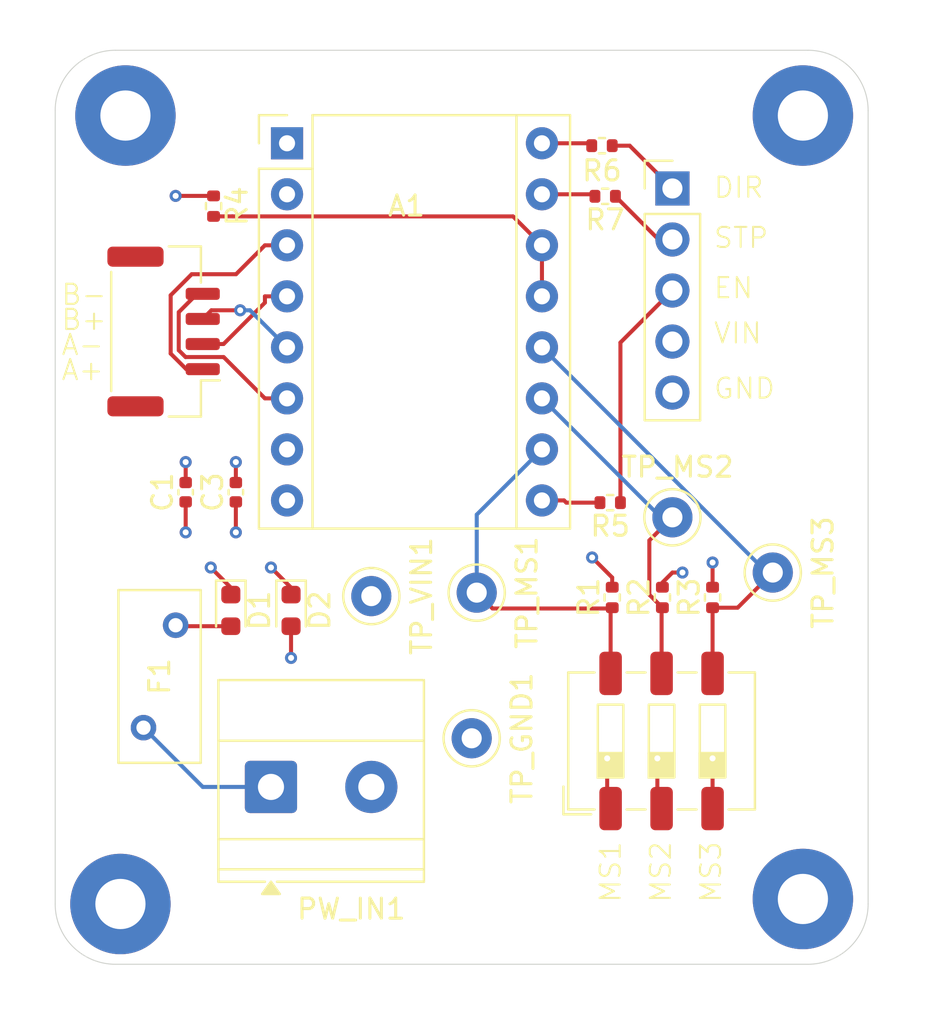
<source format=kicad_pcb>
(kicad_pcb (version 20241229) (generator "pcbnew") (generator_version "9.0")
  (layers (0 "F.Cu" signal "Top") (4 "In1.Cu" signal "GND") (6 "In2.Cu" signal "PWR") (2 "B.Cu" signal "Bottom") (13 "F.Paste" user) (15 "B.Paste" user) (5 "F.SilkS" user "F.Silkscreen") (7 "B.SilkS" user "B.Silkscreen") (1 "F.Mask" user) (3 "B.Mask" user) (25 "Edge.Cuts" user))
  (net 0 "")
  (net 1 "/B-")
  (net 2 "/MS1")
  (net 3 "GND")
  (net 4 "/MS3")
  (net 5 "/MS2")
  (net 6 "Net-(A1-STEP)")
  (net 7 "Net-(A1-~{RESET})")
  (net 8 "/B+")
  (net 9 "Net-(A1-DIR)")
  (net 10 "/VIN")
  (net 11 "Net-(A1-~{ENABLE})")
  (net 12 "/A-")
  (net 13 "/Vmcu")
  (net 14 "/A+")
  (net 15 "Net-(D1-A)")
  (net 16 "Net-(PW_IN1-Pin_1)")
  (net 17 "/STP")
  (net 18 "/DIR")
  (net 19 "/EN")
  (footprint "MountingHole:MountingHole_2.5mm_Pad" (layer "F.Cu") (at 127.5 88.25)
    (property "Reference" "H1" (hide yes))
    (property "Value" "MountingHole" (hide yes))
    (pad "1" thru_hole circle (at 0 0) (size 5 5) (drill 2.5) (layers "*.Cu" "*.Mask"))
  )
  (footprint "Connector_PinHeader_2.54mm:PinHeader_1x05_P2.54mm_Vertical" (layer "F.Cu") (at 154.75 91.88)
    (property "Reference" "J2" (hide yes))
    (property "Value" "MCU_Pins" (hide yes))
    (fp_line (start -1.38 -1.38) (end 0 -1.38) (stroke (width 0.12)) (layer "F.SilkS"))
    (fp_line (start -1.38 0) (end -1.38 -1.38) (stroke (width 0.12)) (layer "F.SilkS"))
    (fp_line (start -1.38 1.27) (end -1.38 11.54) (stroke (width 0.12)) (layer "F.SilkS"))
    (fp_line (start -1.38 1.27) (end 1.38 1.27) (stroke (width 0.12)) (layer "F.SilkS"))
    (fp_line (start -1.38 11.54) (end 1.38 11.54) (stroke (width 0.12)) (layer "F.SilkS"))
    (fp_line (start 1.38 1.27) (end 1.38 11.54) (stroke (width 0.12)) (layer "F.SilkS"))
    (pad "1" thru_hole rect (at 0 0) (size 1.7 1.7) (drill 1) (layers "*.Cu" "*.Mask") (net 18 "/DIR"))
    (pad "2" thru_hole circle (at 0 2.54) (size 1.7 1.7) (drill 1) (layers "*.Cu" "*.Mask") (net 17 "/STP"))
    (pad "3" thru_hole circle (at 0 5.08) (size 1.7 1.7) (drill 1) (layers "*.Cu" "*.Mask") (net 19 "/EN"))
    (pad "4" thru_hole circle (at 0 7.62) (size 1.7 1.7) (drill 1) (layers "*.Cu" "*.Mask") (net 13 "/Vmcu"))
    (pad "5" thru_hole circle (at 0 10.16) (size 1.7 1.7) (drill 1) (layers "*.Cu" "*.Mask") (net 3 "GND"))
  )
  (footprint "Capacitor_SMD:C_0402_1005Metric" (layer "F.Cu") (at 130.5 107 90)
    (property "Reference" "C1" (at 0 -1.16 90) (layer "F.SilkS"))
    (property "Value" "0.1µF" (hide yes))
    (fp_line (start -0.107836 -0.36) (end 0.107836 -0.36) (stroke (width 0.12)) (layer "F.SilkS"))
    (fp_line (start -0.107836 0.36) (end 0.107836 0.36) (stroke (width 0.12)) (layer "F.SilkS"))
    (pad "1" smd roundrect (at -0.48 0 90) (size 0.56 0.62) (layers "F.Cu" "F.Mask" "F.Paste") (net 10 "/VIN"))
    (pad "2" smd roundrect (at 0.48 0 90) (size 0.56 0.62) (layers "F.Cu" "F.Mask" "F.Paste") (net 3 "GND"))
  )
  (footprint "Capacitor_SMD:C_0402_1005Metric" (layer "F.Cu") (at 133 107 90)
    (property "Reference" "C3" (at 0 -1.16 90) (layer "F.SilkS"))
    (property "Value" "100µF" (hide yes))
    (fp_line (start -0.107836 -0.36) (end 0.107836 -0.36) (stroke (width 0.12)) (layer "F.SilkS"))
    (fp_line (start -0.107836 0.36) (end 0.107836 0.36) (stroke (width 0.12)) (layer "F.SilkS"))
    (pad "1" smd roundrect (at -0.48 0 90) (size 0.56 0.62) (layers "F.Cu" "F.Mask" "F.Paste") (net 10 "/VIN"))
    (pad "2" smd roundrect (at 0.48 0 90) (size 0.56 0.62) (layers "F.Cu" "F.Mask" "F.Paste") (net 3 "GND"))
  )
  (footprint "Resistor_SMD:R_0402_1005Metric" (layer "F.Cu") (at 151.4 92.27 180)
    (property "Reference" "R7" (at 0 -1.17 0) (layer "F.SilkS"))
    (property "Value" "10KΩ" (hide yes))
    (fp_line (start -0.153641 0.38) (end 0.153641 0.38) (stroke (width 0.12)) (layer "F.SilkS"))
    (fp_line (start -0.153641 -0.38) (end 0.153641 -0.38) (stroke (width 0.12)) (layer "F.SilkS"))
    (pad "1" smd roundrect (at -0.51 0 180) (size 0.54 0.64) (layers "F.Cu" "F.Mask" "F.Paste") (net 17 "/STP"))
    (pad "2" smd roundrect (at 0.51 0 180) (size 0.54 0.64) (layers "F.Cu" "F.Mask" "F.Paste") (net 6 "Net-(A1-STEP)"))
  )
  (footprint "Connector_JST:JST_GH_BM04B-GHS-TBT_1x04-1MP_P1.25mm_Vertical" (layer "F.Cu") (at 129.4 99 90)
    (property "Reference" "J1" (hide yes))
    (property "Value" "Motor_Pins" (hide yes))
    (fp_line (start -2.965 -2.61) (end 2.965 -2.61) (stroke (width 0.12)) (layer "F.SilkS"))
    (fp_line (start 4.235 0.26) (end 4.235 1.86) (stroke (width 0.12)) (layer "F.SilkS"))
    (fp_line (start -4.235 0.26) (end -4.235 1.86) (stroke (width 0.12)) (layer "F.SilkS"))
    (fp_line (start 4.235 1.86) (end 2.435 1.86) (stroke (width 0.12)) (layer "F.SilkS"))
    (fp_line (start -2.435 1.86) (end -2.435 2.8) (stroke (width 0.12)) (layer "F.SilkS"))
    (fp_line (start -4.235 1.86) (end -2.435 1.86) (stroke (width 0.12)) (layer "F.SilkS"))
    (pad "1" smd roundrect (at -1.875 1.95 90) (size 0.6 1.7) (layers "F.Cu" "F.Mask" "F.Paste") (net 14 "/A+"))
    (pad "2" smd roundrect (at -0.625 1.95 90) (size 0.6 1.7) (layers "F.Cu" "F.Mask" "F.Paste") (net 12 "/A-"))
    (pad "3" smd roundrect (at 0.625 1.95 90) (size 0.6 1.7) (layers "F.Cu" "F.Mask" "F.Paste") (net 8 "/B+"))
    (pad "4" smd roundrect (at 1.875 1.95 90) (size 0.6 1.7) (layers "F.Cu" "F.Mask" "F.Paste") (net 1 "/B-"))
    (pad "MP" smd roundrect (at -3.725 -1.4 90) (size 1 2.8) (layers "F.Cu" "F.Mask" "F.Paste"))
    (pad "MP" smd roundrect (at 3.725 -1.4 90) (size 1 2.8) (layers "F.Cu" "F.Mask" "F.Paste"))
  )
  (footprint "TestPoint:TestPoint_Keystone_5000-5004_Miniature" (layer "F.Cu") (at 139.75 112.1725 -90)
    (property "Reference" "TP_VIN1" (at 0 -2.5 90) (layer "F.SilkS"))
    (property "Value" "TestPoint" (hide yes))
    (fp_circle (center 0 0) (end 1.4 0) (stroke (width 0.12)) (fill no) (layer "F.SilkS"))
    (pad "1" thru_hole circle (at 0 0 270) (size 2 2) (drill 1) (layers "*.Cu" "*.Mask") (net 10 "/VIN"))
  )
  (footprint "Diode_SMD:D_0603_1608Metric" (layer "F.Cu") (at 135.75 112.885 -90)
    (property "Reference" "D2" (at 0 -1.43 90) (layer "F.SilkS"))
    (property "Value" "TVS" (hide yes))
    (fp_line (start -1.485 0.735) (end 0.8 0.735) (stroke (width 0.12)) (layer "F.SilkS"))
    (fp_line (start -1.485 -0.735) (end -1.485 0.735) (stroke (width 0.12)) (layer "F.SilkS"))
    (fp_line (start 0.8 -0.735) (end -1.485 -0.735) (stroke (width 0.12)) (layer "F.SilkS"))
    (pad "1" smd roundrect (at -0.7875 0 270) (size 0.875 0.95) (layers "F.Cu" "F.Mask" "F.Paste") (net 10 "/VIN"))
    (pad "2" smd roundrect (at 0.7875 0 270) (size 0.875 0.95) (layers "F.Cu" "F.Mask" "F.Paste") (net 3 "GND"))
  )
  (footprint "MountingHole:MountingHole_2.5mm_Pad" (layer "F.Cu") (at 127.25 127.5)
    (property "Reference" "H4" (hide yes))
    (property "Value" "MountingHole" (hide yes))
    (pad "1" thru_hole circle (at 0 0) (size 5 5) (drill 2.5) (layers "*.Cu" "*.Mask"))
  )
  (footprint "TerminalBlock_Phoenix:TerminalBlock_Phoenix_MKDS-1,5-2_1x02_P5.00mm_Horizontal" (layer "F.Cu") (at 134.75 121.6725)
    (property "Reference" "PW_IN1" (at 4 6.0775 0) (layer "F.SilkS"))
    (property "Value" "PW_IN" (hide yes))
    (fp_line (start -2.62 -5.32) (end 7.62 -5.32) (stroke (width 0.12)) (layer "F.SilkS"))
    (fp_line (start -2.62 -2.3) (end 7.62 -2.3) (stroke (width 0.12)) (layer "F.SilkS"))
    (fp_line (start -2.62 2.6) (end 7.62 2.6) (stroke (width 0.12)) (layer "F.SilkS"))
    (fp_line (start -2.62 4.1) (end 7.62 4.1) (stroke (width 0.12)) (layer "F.SilkS"))
    (fp_line (start -2.62 4.72) (end -2.62 -5.32) (stroke (width 0.12)) (layer "F.SilkS"))
    (fp_line (start -0.3 4.72) (end -2.62 4.72) (stroke (width 0.12)) (layer "F.SilkS"))
    (fp_line (start 7.62 -5.32) (end 7.62 4.72) (stroke (width 0.12)) (layer "F.SilkS"))
    (fp_line (start 7.62 4.72) (end 0.3 4.72) (stroke (width 0.12)) (layer "F.SilkS"))
    (fp_poly (pts (xy 0 4.72) (xy 0.44 5.33) (xy -0.44 5.33)) (stroke (width 0.12)) (fill yes) (layer "F.SilkS"))
    (pad "1" thru_hole roundrect (at 0 0) (size 2.6 2.6) (drill 1.3) (layers "*.Cu" "*.Mask") (roundrect_rratio 0.096154) (net 16 "Net-(PW_IN1-Pin_1)"))
    (pad "2" thru_hole circle (at 5 0) (size 2.6 2.6) (drill 1.3) (layers "*.Cu" "*.Mask") (net 3 "GND"))
  )
  (footprint "Module:Pololu_Breakout-16_15.2x20.3mm" (layer "F.Cu") (at 135.55 89.63)
    (property "Reference" "A1" (at 5.95 3.12 0) (layer "F.SilkS"))
    (property "Value" "Pololu_Breakout_A4988" (hide yes))
    (fp_line (start -1.4 -1.4) (end -1.4 0) (stroke (width 0.12)) (layer "F.SilkS"))
    (fp_line (start -1.4 1.27) (end -1.4 19.18) (stroke (width 0.12)) (layer "F.SilkS"))
    (fp_line (start -1.4 19.18) (end 14.1 19.18) (stroke (width 0.12)) (layer "F.SilkS"))
    (fp_line (start 0 -1.4) (end -1.4 -1.4) (stroke (width 0.12)) (layer "F.SilkS"))
    (fp_line (start 1.27 -1.4) (end 1.27 1.27) (stroke (width 0.12)) (layer "F.SilkS"))
    (fp_line (start 1.27 1.27) (end -1.4 1.27) (stroke (width 0.12)) (layer "F.SilkS"))
    (fp_line (start 1.27 1.27) (end 1.27 19.18) (stroke (width 0.12)) (layer "F.SilkS"))
    (fp_line (start 11.43 -1.4) (end 11.43 19.18) (stroke (width 0.12)) (layer "F.SilkS"))
    (fp_line (start 14.1 -1.4) (end 1.27 -1.4) (stroke (width 0.12)) (layer "F.SilkS"))
    (fp_line (start 14.1 19.18) (end 14.1 -1.4) (stroke (width 0.12)) (layer "F.SilkS"))
    (pad "1" thru_hole rect (at 0 0) (size 1.6 1.6) (drill 0.8) (layers "*.Cu" "*.Mask") (net 3 "GND"))
    (pad "2" thru_hole oval (at 0 2.54) (size 1.6 1.6) (drill 0.8) (layers "*.Cu" "*.Mask") (net 13 "/Vmcu"))
    (pad "3" thru_hole oval (at 0 5.08) (size 1.6 1.6) (drill 0.8) (layers "*.Cu" "*.Mask") (net 14 "/A+"))
    (pad "4" thru_hole oval (at 0 7.62) (size 1.6 1.6) (drill 0.8) (layers "*.Cu" "*.Mask") (net 12 "/A-"))
    (pad "5" thru_hole oval (at 0 10.16) (size 1.6 1.6) (drill 0.8) (layers "*.Cu" "*.Mask") (net 8 "/B+"))
    (pad "6" thru_hole oval (at 0 12.7) (size 1.6 1.6) (drill 0.8) (layers "*.Cu" "*.Mask") (net 1 "/B-"))
    (pad "7" thru_hole oval (at 0 15.24) (size 1.6 1.6) (drill 0.8) (layers "*.Cu" "*.Mask") (net 3 "GND"))
    (pad "8" thru_hole oval (at 0 17.78) (size 1.6 1.6) (drill 0.8) (layers "*.Cu" "*.Mask") (net 10 "/VIN"))
    (pad "9" thru_hole oval (at 12.7 17.78) (size 1.6 1.6) (drill 0.8) (layers "*.Cu" "*.Mask") (net 11 "Net-(A1-~{ENABLE})"))
    (pad "10" thru_hole oval (at 12.7 15.24) (size 1.6 1.6) (drill 0.8) (layers "*.Cu" "*.Mask") (net 2 "/MS1"))
    (pad "11" thru_hole oval (at 12.7 12.7) (size 1.6 1.6) (drill 0.8) (layers "*.Cu" "*.Mask") (net 5 "/MS2"))
    (pad "12" thru_hole oval (at 12.7 10.16) (size 1.6 1.6) (drill 0.8) (layers "*.Cu" "*.Mask") (net 4 "/MS3"))
    (pad "13" thru_hole oval (at 12.7 7.62) (size 1.6 1.6) (drill 0.8) (layers "*.Cu" "*.Mask") (net 7 "Net-(A1-~{RESET})"))
    (pad "14" thru_hole oval (at 12.7 5.08) (size 1.6 1.6) (drill 0.8) (layers "*.Cu" "*.Mask") (net 7 "Net-(A1-~{RESET})"))
    (pad "15" thru_hole oval (at 12.7 2.54) (size 1.6 1.6) (drill 0.8) (layers "*.Cu" "*.Mask") (net 6 "Net-(A1-STEP)"))
    (pad "16" thru_hole oval (at 12.7 0) (size 1.6 1.6) (drill 0.8) (layers "*.Cu" "*.Mask") (net 9 "Net-(A1-DIR)"))
  )
  (footprint "Resistor_SMD:R_0402_1005Metric" (layer "F.Cu") (at 156.75 112.24 90)
    (property "Reference" "R3" (at 0 -1.17 90) (layer "F.SilkS"))
    (property "Value" "10KΩ" (hide yes))
    (fp_line (start -0.153641 -0.38) (end 0.153641 -0.38) (stroke (width 0.12)) (layer "F.SilkS"))
    (fp_line (start -0.153641 0.38) (end 0.153641 0.38) (stroke (width 0.12)) (layer "F.SilkS"))
    (pad "1" smd roundrect (at -0.51 0 90) (size 0.54 0.64) (layers "F.Cu" "F.Mask" "F.Paste") (net 4 "/MS3"))
    (pad "2" smd roundrect (at 0.51 0 90) (size 0.54 0.64) (layers "F.Cu" "F.Mask" "F.Paste") (net 3 "GND"))
  )
  (footprint "Resistor_SMD:R_0402_1005Metric" (layer "F.Cu") (at 154.25 112.24 90)
    (property "Reference" "R2" (at 0 -1.17 90) (layer "F.SilkS"))
    (property "Value" "10KΩ" (hide yes))
    (fp_line (start -0.153641 -0.38) (end 0.153641 -0.38) (stroke (width 0.12)) (layer "F.SilkS"))
    (fp_line (start -0.153641 0.38) (end 0.153641 0.38) (stroke (width 0.12)) (layer "F.SilkS"))
    (pad "1" smd roundrect (at -0.51 0 90) (size 0.54 0.64) (layers "F.Cu" "F.Mask" "F.Paste") (net 5 "/MS2"))
    (pad "2" smd roundrect (at 0.51 0 90) (size 0.54 0.64) (layers "F.Cu" "F.Mask" "F.Paste") (net 3 "GND"))
  )
  (footprint "MountingHole:MountingHole_2.5mm_Pad" (layer "F.Cu") (at 161.25 88.25)
    (property "Reference" "H3" (hide yes))
    (property "Value" "MountingHole" (hide yes))
    (pad "1" thru_hole circle (at 0 0) (size 5 5) (drill 2.5) (layers "*.Cu" "*.Mask"))
  )
  (footprint "Resistor_SMD:R_0402_1005Metric" (layer "F.Cu") (at 131.89 92.76 -90)
    (property "Reference" "R4" (at 0 -1.17 90) (layer "F.SilkS"))
    (property "Value" "10KΩ" (hide yes))
    (fp_line (start -0.153641 0.38) (end 0.153641 0.38) (stroke (width 0.12)) (layer "F.SilkS"))
    (fp_line (start -0.153641 -0.38) (end 0.153641 -0.38) (stroke (width 0.12)) (layer "F.SilkS"))
    (pad "1" smd roundrect (at -0.51 0 270) (size 0.54 0.64) (layers "F.Cu" "F.Mask" "F.Paste") (net 13 "/Vmcu"))
    (pad "2" smd roundrect (at 0.51 0 270) (size 0.54 0.64) (layers "F.Cu" "F.Mask" "F.Paste") (net 7 "Net-(A1-~{RESET})"))
  )
  (footprint "Fuse:Fuse_BelFuse_0ZRE0005FF_L8.3mm_W3.8mm" (layer "F.Cu") (at 128.4 118.7225 90)
    (property "Reference" "F1" (at 2.55 0.8 90) (layer "F.SilkS"))
    (property "Value" "Fuse" (hide yes))
    (fp_line (start 6.85 -1.25) (end 6.85 2.85) (stroke (width 0.12)) (layer "F.SilkS"))
    (fp_line (start -1.75 -1.25) (end 6.85 -1.25) (stroke (width 0.12)) (layer "F.SilkS"))
    (fp_line (start -1.75 -1.25) (end -1.75 2.85) (stroke (width 0.12)) (layer "F.SilkS"))
    (fp_line (start -1.75 2.85) (end 6.85 2.85) (stroke (width 0.12)) (layer "F.SilkS"))
    (pad "1" thru_hole circle (at 0 0 90) (size 1.27 1.27) (drill 0.71) (layers "*.Cu" "*.Mask") (net 16 "Net-(PW_IN1-Pin_1)"))
    (pad "2" thru_hole circle (at 5.1 1.6 90) (size 1.27 1.27) (drill 0.71) (layers "*.Cu" "*.Mask") (net 15 "Net-(D1-A)"))
  )
  (footprint "Resistor_SMD:R_0402_1005Metric" (layer "F.Cu") (at 151.24 89.75)
    (property "Reference" "R6" (at 0 1.25 0) (layer "F.SilkS"))
    (property "Value" "10KΩ" (hide yes))
    (fp_line (start -0.153641 -0.38) (end 0.153641 -0.38) (stroke (width 0.12)) (layer "F.SilkS"))
    (fp_line (start -0.153641 0.38) (end 0.153641 0.38) (stroke (width 0.12)) (layer "F.SilkS"))
    (pad "1" smd roundrect (at -0.51 0) (size 0.54 0.64) (layers "F.Cu" "F.Mask" "F.Paste") (net 9 "Net-(A1-DIR)"))
    (pad "2" smd roundrect (at 0.51 0) (size 0.54 0.64) (layers "F.Cu" "F.Mask" "F.Paste") (net 18 "/DIR"))
  )
  (footprint "TestPoint:TestPoint_Keystone_5000-5004_Miniature" (layer "F.Cu") (at 145 112 -90)
    (property "Reference" "TP_MS1" (at 0 -2.5 90) (layer "F.SilkS"))
    (property "Value" "TestPoint" (hide yes))
    (fp_circle (center 0 0) (end 1.4 0) (stroke (width 0.12)) (fill no) (layer "F.SilkS"))
    (pad "1" thru_hole circle (at 0 0 270) (size 2 2) (drill 1) (layers "*.Cu" "*.Mask") (net 2 "/MS1"))
  )
  (footprint "TestPoint:TestPoint_Keystone_5000-5004_Miniature" (layer "F.Cu") (at 154.75 108.25)
    (property "Reference" "TP_MS2" (at 0.25 -2.5 180) (layer "F.SilkS"))
    (property "Value" "TestPoint" (hide yes))
    (fp_circle (center 0 0) (end 1.4 0) (stroke (width 0.12)) (fill no) (layer "F.SilkS"))
    (pad "1" thru_hole circle (at 0 0) (size 2 2) (drill 1) (layers "*.Cu" "*.Mask") (net 5 "/MS2"))
  )
  (footprint "Button_Switch_SMD:SW_DIP_SPSTx03_Slide_6.7x9.18mm_W6.73mm_P2.54mm_LowProfile_JPin" (layer "F.Cu") (at 154.21 119.385 90)
    (property "Reference" "Microstep" (hide yes))
    (property "Value" "Microstep_Switch" (hide yes))
    (fp_line (start -3.65 -4.89) (end -2.267 -4.89) (stroke (width 0.12)) (layer "F.SilkS"))
    (fp_line (start -3.65 -4.89) (end -3.65 -3.507) (stroke (width 0.12)) (layer "F.SilkS"))
    (fp_line (start 3.41 -4.65) (end 3.41 -3.34) (stroke (width 0.12)) (layer "F.SilkS"))
    (fp_line (start -3.41 -4.65) (end 3.41 -4.65) (stroke (width 0.12)) (layer "F.SilkS"))
    (fp_line (start -3.41 -4.65) (end -3.41 -3.34) (stroke (width 0.12)) (layer "F.SilkS"))
    (fp_line (start -0.603333 -3.175) (end -0.603333 -1.905) (stroke (width 0.12)) (layer "F.SilkS"))
    (fp_line (start 3.41 -1.74) (end 3.41 -0.8) (stroke (width 0.12)) (layer "F.SilkS"))
    (fp_line (start -3.41 -1.74) (end -3.41 -0.8) (stroke (width 0.12)) (layer "F.SilkS"))
    (fp_line (start -0.603333 -0.635) (end -0.603333 0.635) (stroke (width 0.12)) (layer "F.SilkS"))
    (fp_line (start 3.41 0.8) (end 3.41 1.74) (stroke (width 0.12)) (layer "F.SilkS"))
    (fp_line (start -3.41 0.8) (end -3.41 1.74) (stroke (width 0.12)) (layer "F.SilkS"))
    (fp_line (start -0.603333 1.905) (end -0.603333 3.175) (stroke (width 0.12)) (layer "F.SilkS"))
    (fp_line (start 3.41 3.34) (end 3.41 4.65) (stroke (width 0.12)) (layer "F.SilkS"))
    (fp_line (start -3.41 3.34) (end -3.41 4.65) (stroke (width 0.12)) (layer "F.SilkS"))
    (fp_line (start -3.41 4.65) (end 3.41 4.65) (stroke (width 0.12)) (layer "F.SilkS"))
    (fp_rect (start -1.81 -3.175) (end 1.81 -1.905) (stroke (width 0.12)) (fill no) (layer "F.SilkS"))
    (fp_rect (start -1.81 -3.175) (end -0.603333 -1.905) (stroke (width 0.12)) (fill yes) (layer "F.SilkS"))
    (fp_rect (start -1.81 -0.635) (end 1.81 0.635) (stroke (width 0.12)) (fill no) (layer "F.SilkS"))
    (fp_rect (start -1.81 -0.635) (end -0.603333 0.635) (stroke (width 0.12)) (fill yes) (layer "F.SilkS"))
    (fp_rect (start -1.81 1.905) (end 1.81 3.175) (stroke (width 0.12)) (fill no) (layer "F.SilkS"))
    (fp_rect (start -1.81 1.905) (end -0.603333 3.175) (stroke (width 0.12)) (fill yes) (layer "F.SilkS"))
    (pad "1" smd roundrect (at -3.365 -2.54 90) (size 2.16 1.12) (layers "F.Cu" "F.Mask" "F.Paste") (roundrect_rratio 0.223214) (net 13 "/Vmcu"))
    (pad "2" smd roundrect (at -3.365 0 90) (size 2.16 1.12) (layers "F.Cu" "F.Mask" "F.Paste") (roundrect_rratio 0.223214) (net 13 "/Vmcu"))
    (pad "3" smd roundrect (at -3.365 2.54 90) (size 2.16 1.12) (layers "F.Cu" "F.Mask" "F.Paste") (roundrect_rratio 0.223214) (net 13 "/Vmcu"))
    (pad "4" smd roundrect (at 3.365 2.54 90) (size 2.16 1.12) (layers "F.Cu" "F.Mask" "F.Paste") (roundrect_rratio 0.223214) (net 4 "/MS3"))
    (pad "5" smd roundrect (at 3.365 0 90) (size 2.16 1.12) (layers "F.Cu" "F.Mask" "F.Paste") (roundrect_rratio 0.223214) (net 5 "/MS2"))
    (pad "6" smd roundrect (at 3.365 -2.54 90) (size 2.16 1.12) (layers "F.Cu" "F.Mask" "F.Paste") (roundrect_rratio 0.223214) (net 2 "/MS1"))
  )
  (footprint "Resistor_SMD:R_0402_1005Metric" (layer "F.Cu") (at 151.65 107.52 180)
    (property "Reference" "R5" (at 0 -1.17 0) (layer "F.SilkS"))
    (property "Value" "10KΩ" (hide yes))
    (fp_line (start -0.153641 0.38) (end 0.153641 0.38) (stroke (width 0.12)) (layer "F.SilkS"))
    (fp_line (start -0.153641 -0.38) (end 0.153641 -0.38) (stroke (width 0.12)) (layer "F.SilkS"))
    (pad "1" smd roundrect (at -0.51 0 180) (size 0.54 0.64) (layers "F.Cu" "F.Mask" "F.Paste") (net 19 "/EN"))
    (pad "2" smd roundrect (at 0.51 0 180) (size 0.54 0.64) (layers "F.Cu" "F.Mask" "F.Paste") (net 11 "Net-(A1-~{ENABLE})"))
  )
  (footprint "Resistor_SMD:R_0402_1005Metric" (layer "F.Cu") (at 151.75 112.24 90)
    (property "Reference" "R1" (at 0 -1.17 90) (layer "F.SilkS"))
    (property "Value" "10KΩ" (hide yes))
    (fp_line (start -0.153641 -0.38) (end 0.153641 -0.38) (stroke (width 0.12)) (layer "F.SilkS"))
    (fp_line (start -0.153641 0.38) (end 0.153641 0.38) (stroke (width 0.12)) (layer "F.SilkS"))
    (pad "1" smd roundrect (at -0.51 0 90) (size 0.54 0.64) (layers "F.Cu" "F.Mask" "F.Paste") (net 2 "/MS1"))
    (pad "2" smd roundrect (at 0.51 0 90) (size 0.54 0.64) (layers "F.Cu" "F.Mask" "F.Paste") (net 3 "GND"))
  )
  (footprint "TestPoint:TestPoint_Keystone_5000-5004_Miniature" (layer "F.Cu") (at 159.75 111 -90)
    (property "Reference" "TP_MS3" (at 0 -2.5 90) (layer "F.SilkS"))
    (property "Value" "TestPoint" (hide yes))
    (fp_circle (center 0 0) (end 1.4 0) (stroke (width 0.12)) (fill no) (layer "F.SilkS"))
    (pad "1" thru_hole circle (at 0 0 270) (size 2 2) (drill 1) (layers "*.Cu" "*.Mask") (net 4 "/MS3"))
  )
  (footprint "Diode_SMD:D_0603_1608Metric" (layer "F.Cu") (at 132.75 112.885 -90)
    (property "Reference" "D1" (at 0 -1.43 90) (layer "F.SilkS"))
    (property "Value" "D_Schottky" (hide yes))
    (fp_line (start -1.485 0.735) (end 0.8 0.735) (stroke (width 0.12)) (layer "F.SilkS"))
    (fp_line (start -1.485 -0.735) (end -1.485 0.735) (stroke (width 0.12)) (layer "F.SilkS"))
    (fp_line (start 0.8 -0.735) (end -1.485 -0.735) (stroke (width 0.12)) (layer "F.SilkS"))
    (pad "1" smd roundrect (at -0.7875 0 270) (size 0.875 0.95) (layers "F.Cu" "F.Mask" "F.Paste") (net 10 "/VIN"))
    (pad "2" smd roundrect (at 0.7875 0 270) (size 0.875 0.95) (layers "F.Cu" "F.Mask" "F.Paste") (net 15 "Net-(D1-A)"))
  )
  (footprint "MountingHole:MountingHole_2.5mm_Pad" (layer "F.Cu") (at 161.25 127.25)
    (property "Reference" "H2" (hide yes))
    (property "Value" "MountingHole" (hide yes))
    (pad "1" thru_hole circle (at 0 0) (size 5 5) (drill 2.5) (layers "*.Cu" "*.Mask"))
  )
  (footprint "TestPoint:TestPoint_Keystone_5000-5004_Miniature" (layer "F.Cu") (at 144.75 119.25 -90)
    (property "Reference" "TP_GND1" (at 0 -2.5 90) (layer "F.SilkS"))
    (property "Value" "TestPoint" (hide yes))
    (fp_circle (center 0 0) (end 1.4 0) (stroke (width 0.12)) (fill no) (layer "F.SilkS"))
    (pad "1" thru_hole circle (at 0 0 270) (size 2 2) (drill 1) (layers "*.Cu" "*.Mask") (net 3 "GND"))
  )
  (gr_line (start 124 127.5) (end 124 88) (stroke (width 0.05)) (layer "Edge.Cuts"))
  (gr_arc (start 164.5 127.5) (mid 163.62132 129.62132) (end 161.5 130.5) (stroke (width 0.05)) (layer "Edge.Cuts"))
  (gr_line (start 127 85) (end 161.5 85) (stroke (width 0.05)) (layer "Edge.Cuts"))
  (gr_arc (start 127 130.5) (mid 124.87868 129.62132) (end 124 127.5) (stroke (width 0.05)) (layer "Edge.Cuts"))
  (gr_line (start 164.5 88) (end 164.5 127.5) (stroke (width 0.05)) (layer "Edge.Cuts"))
  (gr_arc (start 161.5 85) (mid 163.62132 85.87868) (end 164.5 88) (stroke (width 0.05)) (layer "Edge.Cuts"))
  (gr_line (start 161.5 130.5) (end 127 130.5) (stroke (width 0.05)) (layer "Edge.Cuts"))
  (gr_arc (start 124 88) (mid 124.87868 85.87868) (end 127 85) (stroke (width 0.05)) (layer "Edge.Cuts"))
  (gr_text "A-\n" (at 124.25 100.25 0) (layer "F.SilkS") (effects (font (size 1 1) (thickness 0.1)) (justify left bottom)))
  (gr_text "MS2" (at 154.75 127.5 90) (layer "F.SilkS") (effects (font (size 1 1) (thickness 0.1)) (justify left bottom)))
  (gr_text "DIR" (at 156.75 92.42 0) (layer "F.SilkS") (effects (font (size 1 1) (thickness 0.1)) (justify left bottom)))
  (gr_text "MS3" (at 157.25 127.5 90) (layer "F.SilkS") (effects (font (size 1 1) (thickness 0.1)) (justify left bottom)))
  (gr_text "B+\n" (at 124.25 99 0) (layer "F.SilkS") (effects (font (size 1 1) (thickness 0.1)) (justify left bottom)))
  (gr_text "STP" (at 156.75 94.92 0) (layer "F.SilkS") (effects (font (size 1 1) (thickness 0.1)) (justify left bottom)))
  (gr_text "EN" (at 156.75 97.42 0) (layer "F.SilkS") (effects (font (size 1 1) (thickness 0.1)) (justify left bottom)))
  (gr_text "MS1" (at 152.25 127.5 90) (layer "F.SilkS") (effects (font (size 1 1) (thickness 0.1)) (justify left bottom)))
  (gr_text "GND" (at 156.75 102.42 0) (layer "F.SilkS") (effects (font (size 1 1) (thickness 0.1)) (justify left bottom)))
  (gr_text "VIN" (at 156.75 99.67 0) (layer "F.SilkS") (effects (font (size 1 1) (thickness 0.1)) (justify left bottom)))
  (gr_text "B-\n" (at 124.25 97.75 0) (layer "F.SilkS") (effects (font (size 1 1) (thickness 0.1)) (justify left bottom)))
  (gr_text "A+\n" (at 124.25 101.5 0) (layer "F.SilkS") (effects (font (size 1 1) (thickness 0.1)) (justify left bottom)))
  (segment (start 134.4483 102.33) (end 132.391 100.2727) (width 0.2) (layer "F.Cu") (net 1))
  (segment (start 135.55 102.33) (end 134.4483 102.33) (width 0.2) (layer "F.Cu") (net 1))
  (segment (start 130.4949 100.2727) (end 130.1542 99.932) (width 0.2) (layer "F.Cu") (net 1))
  (segment (start 132.391 100.2727) (end 130.4949 100.2727) (width 0.2) (layer "F.Cu") (net 1))
  (segment (start 131.0678 97.125) (end 131.35 97.125) (width 0.2) (layer "F.Cu") (net 1))
  (segment (start 130.1542 99.932) (end 130.1542 98.0386) (width 0.2) (layer "F.Cu") (net 1))
  (segment (start 130.1542 98.0386) (end 131.0678 97.125) (width 0.2) (layer "F.Cu") (net 1))
  (segment (start 151.6701 112.79) (end 151.67 112.79) (width 0.2) (layer "F.Cu") (net 2))
  (segment (start 151.71 112.79) (end 151.6701 112.79) (width 0.2) (layer "F.Cu") (net 2))
  (segment (start 151.67 116.02) (end 151.67 112.79) (width 0.2) (layer "F.Cu") (net 2))
  (segment (start 151.67 112.79) (end 145.79 112.79) (width 0.2) (layer "F.Cu") (net 2))
  (segment (start 145.79 112.79) (end 145 112) (width 0.2) (layer "F.Cu") (net 2))
  (segment (start 151.71 112.79) (end 151.75 112.75) (width 0.2) (layer "F.Cu") (net 2))
  (segment (start 145 112) (end 145 108.12) (width 0.2) (layer "B.Cu") (net 2))
  (segment (start 145 108.12) (end 148.25 104.87) (width 0.2) (layer "B.Cu") (net 2))
  (segment (start 154.25 111.73) (end 154.2304 111.73) (width 0.2) (layer "F.Cu") (net 3))
  (segment (start 154.25 111.5) (end 154.25 111.73) (width 0.2) (layer "F.Cu") (net 3))
  (segment (start 156.75 111.73) (end 156.75 110.5) (width 0.2) (layer "F.Cu") (net 3))
  (segment (start 154.75 111) (end 154.25 111.5) (width 0.2) (layer "F.Cu") (net 3))
  (segment (start 135.75 115.25) (end 135.75 113.6725) (width 0.2) (layer "F.Cu") (net 3))
  (segment (start 151.75 111.73) (end 151.75 111.25) (width 0.2) (layer "F.Cu") (net 3))
  (segment (start 130.5 106.52) (end 130.5 105.5) (width 0.2) (layer "F.Cu") (net 3))
  (segment (start 155.25 111) (end 154.75 111) (width 0.2) (layer "F.Cu") (net 3))
  (segment (start 133 106.52) (end 133 105.5) (width 0.2) (layer "F.Cu") (net 3))
  (segment (start 151.75 111.25) (end 150.75 110.25) (width 0.2) (layer "F.Cu") (net 3))
  (via (at 130.5 105.5) (size 0.6) (drill 0.3) (layers "F.Cu" "B.Cu") (net 3))
  (via (at 156.75 110.5) (size 0.6) (drill 0.3) (layers "F.Cu" "B.Cu") (net 3))
  (via (at 155.25 111) (size 0.6) (drill 0.3) (layers "F.Cu" "B.Cu") (net 3))
  (via (at 135.75 115.25) (size 0.6) (drill 0.3) (layers "F.Cu" "B.Cu") (net 3))
  (via (at 150.75 110.25) (size 0.6) (drill 0.3) (layers "F.Cu" "B.Cu") (net 3))
  (via (at 133 105.5) (size 0.6) (drill 0.3) (layers "F.Cu" "B.Cu") (net 3))
  (segment (start 156.75 116.02) (end 156.75 112.75) (width 0.2) (layer "F.Cu") (net 4))
  (segment (start 159.75 111) (end 158 112.75) (width 0.2) (layer "F.Cu") (net 4))
  (segment (start 158 112.75) (end 156.75 112.75) (width 0.2) (layer "F.Cu") (net 4))
  (segment (start 148.25 99.79) (end 159.46 111) (width 0.2) (layer "B.Cu") (net 4))
  (segment (start 159.46 111) (end 159.75 111) (width 0.2) (layer "B.Cu") (net 4))
  (segment (start 154.25 112.75) (end 154.21 112.79) (width 0.2) (layer "F.Cu") (net 5))
  (segment (start 153.6004 112.1004) (end 154.25 112.75) (width 0.2) (layer "F.Cu") (net 5))
  (segment (start 154.75 108.25) (end 153.6004 109.3996) (width 0.2) (layer "F.Cu") (net 5))
  (segment (start 154.21 112.79) (end 154.21 116.02) (width 0.2) (layer "F.Cu") (net 5))
  (segment (start 153.6004 109.3996) (end 153.6004 112.1004) (width 0.2) (layer "F.Cu") (net 5))
  (segment (start 154.17 108.25) (end 154.75 108.25) (width 0.2) (layer "B.Cu") (net 5))
  (segment (start 148.25 102.33) (end 154.17 108.25) (width 0.2) (layer "B.Cu") (net 5))
  (segment (start 148.25 92.17) (end 150.79 92.17) (width 0.2) (layer "F.Cu") (net 6))
  (segment (start 150.79 92.17) (end 150.89 92.27) (width 0.2) (layer "F.Cu") (net 6))
  (segment (start 132.8294 93.271) (end 132.8284 93.27) (width 0.2) (layer "F.Cu") (net 7))
  (segment (start 146.811 93.271) (end 132.8294 93.271) (width 0.2) (layer "F.Cu") (net 7))
  (segment (start 148.25 97.25) (end 148.25 94.71) (width 0.2) (layer "F.Cu") (net 7))
  (segment (start 132.8284 93.27) (end 131.89 93.27) (width 0.2) (layer "F.Cu") (net 7))
  (segment (start 148.25 94.71) (end 146.811 93.271) (width 0.2) (layer "F.Cu") (net 7))
  (segment (start 131.7805 97.9445) (end 133.2161 97.9445) (width 0.2) (layer "F.Cu") (net 8))
  (segment (start 131.35 98.375) (end 131.7805 97.9445) (width 0.2) (layer "F.Cu") (net 8))
  (via (at 133.2161 97.9445) (size 0.6) (drill 0.3) (layers "F.Cu" "B.Cu") (net 8))
  (segment (start 133.7045 97.9445) (end 133.2161 97.9445) (width 0.2) (layer "B.Cu") (net 8))
  (segment (start 135.55 99.79) (end 133.7045 97.9445) (width 0.2) (layer "B.Cu") (net 8))
  (segment (start 150.61 89.63) (end 150.73 89.75) (width 0.2) (layer "F.Cu") (net 9))
  (segment (start 148.25 89.63) (end 150.61 89.63) (width 0.2) (layer "F.Cu") (net 9))
  (segment (start 132.75 111.75) (end 132.75 112.0975) (width 0.2) (layer "F.Cu") (net 10))
  (segment (start 134.75 110.75) (end 135.75 111.75) (width 0.2) (layer "F.Cu") (net 10))
  (segment (start 130.5 109) (end 130.5 107.48) (width 0.2) (layer "F.Cu") (net 10))
  (segment (start 135.75 111.75) (end 135.75 112.0975) (width 0.2) (layer "F.Cu") (net 10))
  (segment (start 131.75 110.75) (end 132.75 111.75) (width 0.2) (layer "F.Cu") (net 10))
  (segment (start 133 109) (end 133 107.48) (width 0.2) (layer "F.Cu") (net 10))
  (via (at 134.75 110.75) (size 0.6) (drill 0.3) (layers "F.Cu" "B.Cu") (net 10))
  (via (at 133 109) (size 0.6) (drill 0.3) (layers "F.Cu" "B.Cu") (net 10))
  (via (at 130.5 109) (size 0.6) (drill 0.3) (layers "F.Cu" "B.Cu") (net 10))
  (via (at 131.75 110.75) (size 0.6) (drill 0.3) (layers "F.Cu" "B.Cu") (net 10))
  (segment (start 151.14 107.52) (end 149.4617 107.52) (width 0.2) (layer "F.Cu") (net 11))
  (segment (start 149.4617 107.52) (end 149.3517 107.41) (width 0.2) (layer "F.Cu") (net 11))
  (segment (start 148.25 107.41) (end 149.3517 107.41) (width 0.2) (layer "F.Cu") (net 11))
  (segment (start 131.35 99.625) (end 132.3865 99.625) (width 0.2) (layer "F.Cu") (net 12))
  (segment (start 135.55 97.25) (end 134.4483 97.25) (width 0.2) (layer "F.Cu") (net 12))
  (segment (start 134.4483 97.5632) (end 134.4483 97.25) (width 0.2) (layer "F.Cu") (net 12))
  (segment (start 132.3865 99.625) (end 134.4483 97.5632) (width 0.2) (layer "F.Cu") (net 12))
  (segment (start 154 122.54) (end 154.21 122.75) (width 0.2) (layer "F.Cu") (net 13))
  (segment (start 151.5 122.58) (end 151.67 122.75) (width 0.2) (layer "F.Cu") (net 13))
  (segment (start 156.75 120.25) (end 156.75 122.75) (width 0.2) (layer "F.Cu") (net 13))
  (segment (start 154 120.25) (end 154 122.54) (width 0.2) (layer "F.Cu") (net 13))
  (segment (start 151.5 120.25) (end 151.5 122.58) (width 0.2) (layer "F.Cu") (net 13))
  (segment (start 130 92.25) (end 131.89 92.25) (width 0.2) (layer "F.Cu") (net 13))
  (segment (start 156.5 122.5) (end 156.75 122.75) (width 0.2) (layer "F.Cu") (net 13))
  (via (at 154 120.25) (size 0.6) (drill 0.3) (layers "F.Cu" "B.Cu") (net 13))
  (via (at 151.5 120.25) (size 0.6) (drill 0.3) (layers "F.Cu" "B.Cu") (net 13))
  (via (at 156.75 120.25) (size 0.6) (drill 0.3) (layers "F.Cu" "B.Cu") (net 13))
  (via (at 130 92.25) (size 0.6) (drill 0.3) (layers "F.Cu" "B.Cu") (net 13))
  (segment (start 129.7525 97.1967) (end 129.7525 100.0983) (width 0.2) (layer "F.Cu") (net 14))
  (segment (start 134.4483 94.71) (end 133.0085 96.1498) (width 0.2) (layer "F.Cu") (net 14))
  (segment (start 133.0085 96.1498) (end 130.7994 96.1498) (width 0.2) (layer "F.Cu") (net 14))
  (segment (start 130.5292 100.875) (end 131.35 100.875) (width 0.2) (layer "F.Cu") (net 14))
  (segment (start 130.7994 96.1498) (end 129.7525 97.1967) (width 0.2) (layer "F.Cu") (net 14))
  (segment (start 129.7525 100.0983) (end 130.5292 100.875) (width 0.2) (layer "F.Cu") (net 14))
  (segment (start 135.55 94.71) (end 134.4483 94.71) (width 0.2) (layer "F.Cu") (net 14))
  (segment (start 130.05 113.6725) (end 130 113.6225) (width 0.2) (layer "F.Cu") (net 15))
  (segment (start 132.75 113.6725) (end 130.05 113.6725) (width 0.2) (layer "F.Cu") (net 15))
  (segment (start 128.4 118.7225) (end 131.35 121.6725) (width 0.2) (layer "B.Cu") (net 16))
  (segment (start 131.35 121.6725) (end 134.75 121.6725) (width 0.2) (layer "B.Cu") (net 16))
  (segment (start 154.06 94.42) (end 154.75 94.42) (width 0.2) (layer "F.Cu") (net 17))
  (segment (start 151.91 92.27) (end 154.06 94.42) (width 0.2) (layer "F.Cu") (net 17))
  (segment (start 152.62 89.75) (end 154.75 91.88) (width 0.2) (layer "F.Cu") (net 18))
  (segment (start 151.75 89.75) (end 152.62 89.75) (width 0.2) (layer "F.Cu") (net 18))
  (segment (start 152.16 99.55) (end 152.16 107.52) (width 0.2) (layer "F.Cu") (net 19))
  (segment (start 154.75 96.96) (end 152.16 99.55) (width 0.2) (layer "F.Cu") (net 19))
)
</source>
